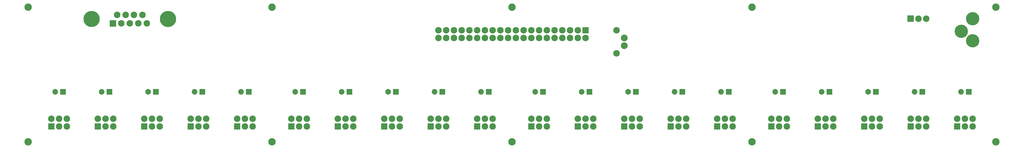
<source format=gbs>
G04 MADE WITH FRITZING*
G04 WWW.FRITZING.ORG*
G04 DOUBLE SIDED*
G04 HOLES PLATED*
G04 CONTOUR ON CENTER OF CONTOUR VECTOR*
%ASAXBY*%
%FSLAX23Y23*%
%MOIN*%
%OFA0B0*%
%SFA1.0B1.0*%
%ADD10C,0.085000*%
%ADD11C,0.088000*%
%ADD12C,0.084000*%
%ADD13C,0.210000*%
%ADD14C,0.096614*%
%ADD15C,0.172000*%
%ADD16C,0.072992*%
%ADD17R,0.084000X0.084000*%
%ADD18R,0.072992X0.072992*%
%ADD19R,0.001000X0.001000*%
%LNMASK0*%
G90*
G70*
G54D10*
X7722Y1269D03*
X7722Y1569D03*
G54D11*
X7822Y1369D03*
X7822Y1469D03*
G54D12*
X1218Y1657D03*
X1327Y1657D03*
X1436Y1657D03*
X1545Y1657D03*
X1654Y1657D03*
X1272Y1769D03*
X1381Y1769D03*
X1490Y1769D03*
X1599Y1769D03*
G54D13*
X943Y1713D03*
X1928Y1713D03*
G54D12*
X12122Y419D03*
X12222Y419D03*
X12322Y419D03*
X12122Y319D03*
X12222Y319D03*
X12322Y319D03*
X11522Y419D03*
X11622Y419D03*
X11722Y419D03*
X11522Y319D03*
X11622Y319D03*
X11722Y319D03*
X9722Y419D03*
X9822Y419D03*
X9922Y419D03*
X9722Y319D03*
X9822Y319D03*
X9922Y319D03*
X10322Y419D03*
X10422Y419D03*
X10522Y419D03*
X10322Y319D03*
X10422Y319D03*
X10522Y319D03*
X9022Y419D03*
X9122Y419D03*
X9222Y419D03*
X9022Y319D03*
X9122Y319D03*
X9222Y319D03*
X7222Y419D03*
X7322Y419D03*
X7422Y419D03*
X7222Y319D03*
X7322Y319D03*
X7422Y319D03*
X10922Y419D03*
X11022Y419D03*
X11122Y419D03*
X10922Y319D03*
X11022Y319D03*
X11122Y319D03*
X6622Y419D03*
X6722Y419D03*
X6822Y419D03*
X6622Y319D03*
X6722Y319D03*
X6822Y319D03*
X7822Y419D03*
X7922Y419D03*
X8022Y419D03*
X7822Y319D03*
X7922Y319D03*
X8022Y319D03*
X8422Y419D03*
X8522Y419D03*
X8622Y419D03*
X8422Y319D03*
X8522Y319D03*
X8622Y319D03*
X5922Y419D03*
X6022Y419D03*
X6122Y419D03*
X5922Y319D03*
X6022Y319D03*
X6122Y319D03*
X4722Y419D03*
X4822Y419D03*
X4922Y419D03*
X4722Y319D03*
X4822Y319D03*
X4922Y319D03*
X5322Y419D03*
X5422Y419D03*
X5522Y419D03*
X5322Y319D03*
X5422Y319D03*
X5522Y319D03*
X4122Y419D03*
X4222Y419D03*
X4322Y419D03*
X4122Y319D03*
X4222Y319D03*
X4322Y319D03*
X2822Y419D03*
X2922Y419D03*
X3022Y419D03*
X2822Y319D03*
X2922Y319D03*
X3022Y319D03*
X3522Y419D03*
X3622Y419D03*
X3722Y419D03*
X3522Y319D03*
X3622Y319D03*
X3722Y319D03*
X2222Y419D03*
X2322Y419D03*
X2422Y419D03*
X2222Y319D03*
X2322Y319D03*
X2422Y319D03*
X1622Y419D03*
X1722Y419D03*
X1822Y419D03*
X1622Y319D03*
X1722Y319D03*
X1822Y319D03*
X1022Y419D03*
X1122Y419D03*
X1222Y419D03*
X1022Y319D03*
X1122Y319D03*
X1222Y319D03*
X422Y419D03*
X522Y419D03*
X622Y419D03*
X422Y319D03*
X522Y319D03*
X622Y319D03*
X7322Y1469D03*
X7222Y1469D03*
X7122Y1469D03*
X7022Y1469D03*
X6922Y1469D03*
X6822Y1469D03*
X6722Y1469D03*
X6622Y1469D03*
X6522Y1469D03*
X6422Y1469D03*
X6322Y1469D03*
X6222Y1469D03*
X6122Y1469D03*
X6022Y1469D03*
X5922Y1469D03*
X5822Y1469D03*
X5722Y1469D03*
X5622Y1469D03*
X5522Y1469D03*
X5422Y1469D03*
X7322Y1569D03*
X7222Y1569D03*
X7122Y1569D03*
X7022Y1569D03*
X6922Y1569D03*
X6822Y1569D03*
X6722Y1569D03*
X6622Y1569D03*
X6522Y1569D03*
X6422Y1569D03*
X6322Y1569D03*
X6222Y1569D03*
X6122Y1569D03*
X6022Y1569D03*
X5922Y1569D03*
X5822Y1569D03*
X5722Y1569D03*
X5622Y1569D03*
X5522Y1569D03*
X5422Y1569D03*
G54D14*
X122Y1869D03*
X122Y119D03*
X3272Y1869D03*
X3272Y119D03*
X12622Y119D03*
X12622Y1869D03*
X9472Y119D03*
X9472Y1869D03*
X6372Y119D03*
G54D15*
X12323Y1430D03*
X12322Y1719D03*
X12175Y1555D03*
G54D12*
X11522Y1719D03*
X11622Y1719D03*
X11722Y1719D03*
G54D14*
X6372Y1869D03*
G54D16*
X12271Y769D03*
X12172Y769D03*
X1171Y769D03*
X1072Y769D03*
X571Y769D03*
X472Y769D03*
X1771Y769D03*
X1672Y769D03*
X2371Y769D03*
X2272Y769D03*
X2971Y769D03*
X2872Y769D03*
X3671Y769D03*
X3572Y769D03*
X11671Y769D03*
X11572Y769D03*
X11071Y769D03*
X10972Y769D03*
X10471Y769D03*
X10372Y769D03*
X9871Y769D03*
X9772Y769D03*
X9171Y769D03*
X9072Y769D03*
X8571Y769D03*
X8472Y769D03*
X7971Y769D03*
X7872Y769D03*
X4271Y769D03*
X4172Y769D03*
X4871Y769D03*
X4772Y769D03*
X7371Y769D03*
X7272Y769D03*
X6771Y769D03*
X6672Y769D03*
X6071Y769D03*
X5972Y769D03*
X5471Y769D03*
X5372Y769D03*
G54D17*
X12122Y319D03*
X11522Y319D03*
X9722Y319D03*
X10322Y319D03*
X9022Y319D03*
X7222Y319D03*
X10922Y319D03*
X6622Y319D03*
X7822Y319D03*
X8422Y319D03*
X5922Y319D03*
X4722Y319D03*
X5322Y319D03*
X4122Y319D03*
X2822Y319D03*
X3522Y319D03*
X2222Y319D03*
X1622Y319D03*
X1022Y319D03*
X422Y319D03*
X7322Y1569D03*
G54D18*
X12271Y769D03*
X1171Y769D03*
X571Y769D03*
X1771Y769D03*
X2371Y769D03*
X2971Y769D03*
X3671Y769D03*
X11671Y769D03*
X11071Y769D03*
X10471Y769D03*
X9871Y769D03*
X9171Y769D03*
X8571Y769D03*
X7971Y769D03*
X4271Y769D03*
X4871Y769D03*
X7371Y769D03*
X6771Y769D03*
X6071Y769D03*
X5471Y769D03*
G54D19*
X11480Y1761D02*
X11563Y1761D01*
X11480Y1760D02*
X11563Y1760D01*
X11480Y1759D02*
X11563Y1759D01*
X11480Y1758D02*
X11563Y1758D01*
X11480Y1757D02*
X11563Y1757D01*
X11480Y1756D02*
X11563Y1756D01*
X11480Y1755D02*
X11563Y1755D01*
X11480Y1754D02*
X11563Y1754D01*
X11480Y1753D02*
X11563Y1753D01*
X11480Y1752D02*
X11563Y1752D01*
X11480Y1751D02*
X11563Y1751D01*
X11480Y1750D02*
X11563Y1750D01*
X11480Y1749D02*
X11563Y1749D01*
X11480Y1748D02*
X11563Y1748D01*
X11480Y1747D02*
X11563Y1747D01*
X11480Y1746D02*
X11563Y1746D01*
X11480Y1745D02*
X11563Y1745D01*
X11480Y1744D02*
X11563Y1744D01*
X11480Y1743D02*
X11563Y1743D01*
X11480Y1742D02*
X11563Y1742D01*
X11480Y1741D02*
X11563Y1741D01*
X11480Y1740D02*
X11563Y1740D01*
X11480Y1739D02*
X11563Y1739D01*
X11480Y1738D02*
X11563Y1738D01*
X11480Y1737D02*
X11563Y1737D01*
X11480Y1736D02*
X11563Y1736D01*
X11480Y1735D02*
X11563Y1735D01*
X11480Y1734D02*
X11516Y1734D01*
X11526Y1734D02*
X11563Y1734D01*
X11480Y1733D02*
X11513Y1733D01*
X11529Y1733D02*
X11563Y1733D01*
X11480Y1732D02*
X11512Y1732D01*
X11530Y1732D02*
X11563Y1732D01*
X11480Y1731D02*
X11510Y1731D01*
X11532Y1731D02*
X11563Y1731D01*
X11480Y1730D02*
X11509Y1730D01*
X11533Y1730D02*
X11563Y1730D01*
X11480Y1729D02*
X11509Y1729D01*
X11534Y1729D02*
X11563Y1729D01*
X11480Y1728D02*
X11508Y1728D01*
X11534Y1728D02*
X11563Y1728D01*
X11480Y1727D02*
X11507Y1727D01*
X11535Y1727D02*
X11563Y1727D01*
X11480Y1726D02*
X11507Y1726D01*
X11535Y1726D02*
X11563Y1726D01*
X11480Y1725D02*
X11506Y1725D01*
X11536Y1725D02*
X11563Y1725D01*
X11480Y1724D02*
X11506Y1724D01*
X11536Y1724D02*
X11563Y1724D01*
X11480Y1723D02*
X11506Y1723D01*
X11536Y1723D02*
X11563Y1723D01*
X11480Y1722D02*
X11506Y1722D01*
X11536Y1722D02*
X11563Y1722D01*
X11480Y1721D02*
X11506Y1721D01*
X11536Y1721D02*
X11563Y1721D01*
X11480Y1720D02*
X11506Y1720D01*
X11537Y1720D02*
X11563Y1720D01*
X11480Y1719D02*
X11506Y1719D01*
X11537Y1719D02*
X11563Y1719D01*
X11480Y1718D02*
X11506Y1718D01*
X11536Y1718D02*
X11563Y1718D01*
X11480Y1717D02*
X11506Y1717D01*
X11536Y1717D02*
X11563Y1717D01*
X11480Y1716D02*
X11506Y1716D01*
X11536Y1716D02*
X11563Y1716D01*
X11480Y1715D02*
X11506Y1715D01*
X11536Y1715D02*
X11563Y1715D01*
X11480Y1714D02*
X11506Y1714D01*
X11536Y1714D02*
X11563Y1714D01*
X11480Y1713D02*
X11507Y1713D01*
X11535Y1713D02*
X11563Y1713D01*
X11480Y1712D02*
X11507Y1712D01*
X11535Y1712D02*
X11563Y1712D01*
X11480Y1711D02*
X11508Y1711D01*
X11534Y1711D02*
X11563Y1711D01*
X11480Y1710D02*
X11509Y1710D01*
X11533Y1710D02*
X11563Y1710D01*
X11480Y1709D02*
X11509Y1709D01*
X11533Y1709D02*
X11563Y1709D01*
X11480Y1708D02*
X11511Y1708D01*
X11532Y1708D02*
X11563Y1708D01*
X11480Y1707D02*
X11512Y1707D01*
X11530Y1707D02*
X11563Y1707D01*
X11480Y1706D02*
X11514Y1706D01*
X11528Y1706D02*
X11563Y1706D01*
X11480Y1705D02*
X11517Y1705D01*
X11525Y1705D02*
X11563Y1705D01*
X11480Y1704D02*
X11563Y1704D01*
X11480Y1703D02*
X11563Y1703D01*
X11480Y1702D02*
X11563Y1702D01*
X11480Y1701D02*
X11563Y1701D01*
X11480Y1700D02*
X11563Y1700D01*
X1175Y1699D02*
X1258Y1699D01*
X11480Y1699D02*
X11563Y1699D01*
X1175Y1698D02*
X1258Y1698D01*
X11480Y1698D02*
X11563Y1698D01*
X1175Y1697D02*
X1258Y1697D01*
X11480Y1697D02*
X11563Y1697D01*
X1175Y1696D02*
X1258Y1696D01*
X11480Y1696D02*
X11563Y1696D01*
X1175Y1695D02*
X1258Y1695D01*
X11480Y1695D02*
X11563Y1695D01*
X1175Y1694D02*
X1258Y1694D01*
X11480Y1694D02*
X11563Y1694D01*
X1175Y1693D02*
X1258Y1693D01*
X11480Y1693D02*
X11563Y1693D01*
X1175Y1692D02*
X1258Y1692D01*
X11480Y1692D02*
X11563Y1692D01*
X1175Y1691D02*
X1258Y1691D01*
X11480Y1691D02*
X11563Y1691D01*
X1175Y1690D02*
X1258Y1690D01*
X11480Y1690D02*
X11563Y1690D01*
X1175Y1689D02*
X1258Y1689D01*
X11480Y1689D02*
X11563Y1689D01*
X1175Y1688D02*
X1258Y1688D01*
X11480Y1688D02*
X11563Y1688D01*
X1175Y1687D02*
X1258Y1687D01*
X11480Y1687D02*
X11563Y1687D01*
X1175Y1686D02*
X1258Y1686D01*
X11480Y1686D02*
X11563Y1686D01*
X1175Y1685D02*
X1258Y1685D01*
X11480Y1685D02*
X11563Y1685D01*
X1175Y1684D02*
X1258Y1684D01*
X11480Y1684D02*
X11563Y1684D01*
X1175Y1683D02*
X1258Y1683D01*
X11480Y1683D02*
X11563Y1683D01*
X1175Y1682D02*
X1258Y1682D01*
X11480Y1682D02*
X11563Y1682D01*
X1175Y1681D02*
X1258Y1681D01*
X11480Y1681D02*
X11563Y1681D01*
X1175Y1680D02*
X1258Y1680D01*
X11480Y1680D02*
X11563Y1680D01*
X1175Y1679D02*
X1258Y1679D01*
X11480Y1679D02*
X11563Y1679D01*
X1175Y1678D02*
X1258Y1678D01*
X11480Y1678D02*
X11563Y1678D01*
X1175Y1677D02*
X1258Y1677D01*
X1175Y1676D02*
X1258Y1676D01*
X1175Y1675D02*
X1258Y1675D01*
X1175Y1674D02*
X1258Y1674D01*
X1175Y1673D02*
X1258Y1673D01*
X1175Y1672D02*
X1211Y1672D01*
X1222Y1672D02*
X1258Y1672D01*
X1175Y1671D02*
X1209Y1671D01*
X1225Y1671D02*
X1258Y1671D01*
X1175Y1670D02*
X1207Y1670D01*
X1227Y1670D02*
X1258Y1670D01*
X1175Y1669D02*
X1206Y1669D01*
X1228Y1669D02*
X1258Y1669D01*
X1175Y1668D02*
X1205Y1668D01*
X1229Y1668D02*
X1258Y1668D01*
X1175Y1667D02*
X1204Y1667D01*
X1230Y1667D02*
X1258Y1667D01*
X1175Y1666D02*
X1204Y1666D01*
X1230Y1666D02*
X1258Y1666D01*
X1175Y1665D02*
X1203Y1665D01*
X1231Y1665D02*
X1258Y1665D01*
X1175Y1664D02*
X1203Y1664D01*
X1231Y1664D02*
X1258Y1664D01*
X1175Y1663D02*
X1202Y1663D01*
X1232Y1663D02*
X1258Y1663D01*
X1175Y1662D02*
X1202Y1662D01*
X1232Y1662D02*
X1258Y1662D01*
X1175Y1661D02*
X1202Y1661D01*
X1232Y1661D02*
X1258Y1661D01*
X1175Y1660D02*
X1202Y1660D01*
X1232Y1660D02*
X1258Y1660D01*
X1175Y1659D02*
X1202Y1659D01*
X1232Y1659D02*
X1258Y1659D01*
X1175Y1658D02*
X1201Y1658D01*
X1232Y1658D02*
X1258Y1658D01*
X1175Y1657D02*
X1201Y1657D01*
X1232Y1657D02*
X1258Y1657D01*
X1175Y1656D02*
X1202Y1656D01*
X1232Y1656D02*
X1258Y1656D01*
X1175Y1655D02*
X1202Y1655D01*
X1232Y1655D02*
X1258Y1655D01*
X1175Y1654D02*
X1202Y1654D01*
X1232Y1654D02*
X1258Y1654D01*
X1175Y1653D02*
X1202Y1653D01*
X1232Y1653D02*
X1258Y1653D01*
X1175Y1652D02*
X1202Y1652D01*
X1231Y1652D02*
X1258Y1652D01*
X1175Y1651D02*
X1203Y1651D01*
X1231Y1651D02*
X1258Y1651D01*
X1175Y1650D02*
X1203Y1650D01*
X1231Y1650D02*
X1258Y1650D01*
X1175Y1649D02*
X1204Y1649D01*
X1230Y1649D02*
X1258Y1649D01*
X1175Y1648D02*
X1205Y1648D01*
X1229Y1648D02*
X1258Y1648D01*
X1175Y1647D02*
X1206Y1647D01*
X1228Y1647D02*
X1258Y1647D01*
X1175Y1646D02*
X1207Y1646D01*
X1227Y1646D02*
X1258Y1646D01*
X1175Y1645D02*
X1208Y1645D01*
X1226Y1645D02*
X1258Y1645D01*
X1175Y1644D02*
X1210Y1644D01*
X1224Y1644D02*
X1258Y1644D01*
X1175Y1643D02*
X1214Y1643D01*
X1220Y1643D02*
X1258Y1643D01*
X1175Y1642D02*
X1258Y1642D01*
X1175Y1641D02*
X1258Y1641D01*
X1175Y1640D02*
X1258Y1640D01*
X1175Y1639D02*
X1258Y1639D01*
X1175Y1638D02*
X1258Y1638D01*
X1175Y1637D02*
X1258Y1637D01*
X1175Y1636D02*
X1258Y1636D01*
X1175Y1635D02*
X1258Y1635D01*
X1175Y1634D02*
X1258Y1634D01*
X1175Y1633D02*
X1258Y1633D01*
X1175Y1632D02*
X1258Y1632D01*
X1175Y1631D02*
X1258Y1631D01*
X1175Y1630D02*
X1258Y1630D01*
X1175Y1629D02*
X1258Y1629D01*
X1175Y1628D02*
X1258Y1628D01*
X1175Y1627D02*
X1258Y1627D01*
X1175Y1626D02*
X1258Y1626D01*
X1175Y1625D02*
X1258Y1625D01*
X1175Y1624D02*
X1258Y1624D01*
X1175Y1623D02*
X1258Y1623D01*
X1175Y1622D02*
X1258Y1622D01*
X1175Y1621D02*
X1258Y1621D01*
X1175Y1620D02*
X1258Y1620D01*
X1175Y1619D02*
X1258Y1619D01*
X1175Y1618D02*
X1258Y1618D01*
X1175Y1617D02*
X1258Y1617D01*
X1176Y1616D02*
X1258Y1616D01*
D02*
G04 End of Mask0*
M02*
</source>
